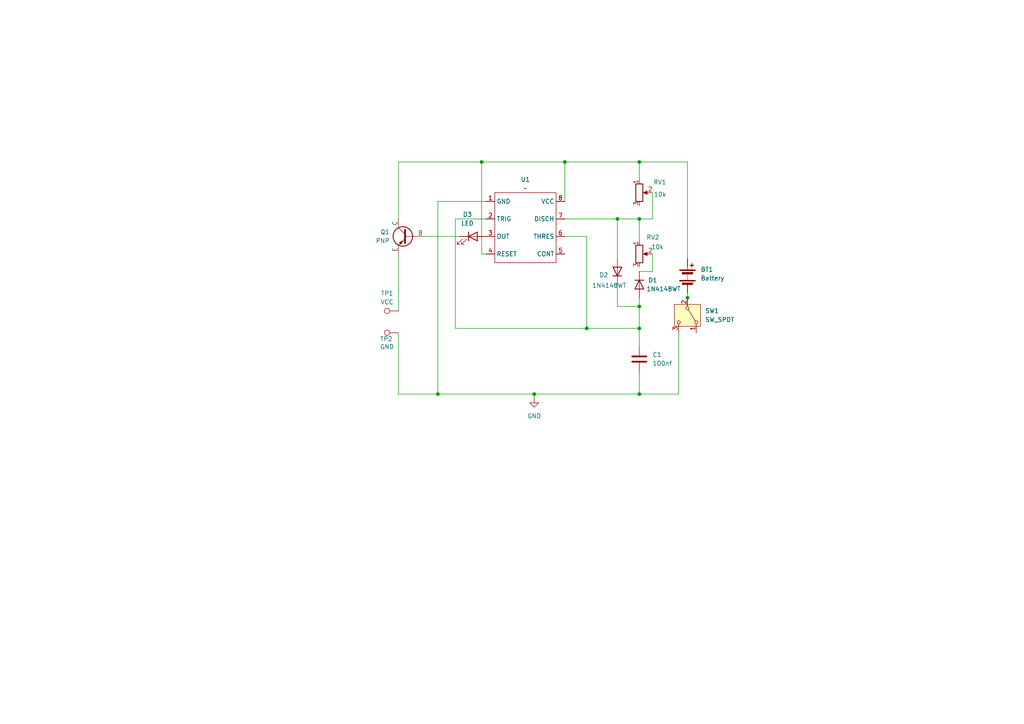
<source format=kicad_sch>
(kicad_sch (version 20250114) (generator "eeschema") (generator_version "9.0")
  (paper "A4")
  (title_block (title "PWM_GENERETOR") (date "2025-04-08") (rev "v1.0") (company "itsuen") (comment 1 "This is pwm voltage wave generet"))
  (lib_symbols
    (symbol "Connector:TestPoint" (pin_numbers (hide yes)) (pin_names (offset 0.762) (hide yes))
      (property "Reference" "TP" (at 0 6.858 0))
      (property "Value" "TestPoint" (at 0 5.08 0))
      (symbol "TestPoint_0_1"
        (circle (center 0 3.302) (radius 0.762))
      )
      (symbol "TestPoint_1_1"
        (pin passive line (at 0 0 90) (length 2.54) (name "1") (number "1"))
      )
    )
    (symbol "CustomLibrary_sym:NE555DR"
      (property "Reference" "U" (at 0 8.128 0))
      (symbol "NE555DR_0_1"
        (rectangle (start -8.89 10.16) (end 8.89 -10.16))
      )
      (symbol "NE555DR_1_1"
        (pin input line (at -11.43 7.62 0) (length 2.54) (name "GND") (number "1"))
        (pin input line (at -11.43 2.54 0) (length 2.54) (name "TRIG") (number "2"))
        (pin input line (at -11.43 -2.54 0) (length 2.54) (name "OUT") (number "3"))
        (pin input line (at -11.43 -7.62 0) (length 2.54) (name "RESET") (number "4"))
        (pin input line (at 11.43 7.62 180) (length 2.54) (name "VCC") (number "8"))
        (pin input line (at 11.43 2.54 180) (length 2.54) (name "DISCH") (number "7"))
        (pin input line (at 11.43 -2.54 180) (length 2.54) (name "THRES") (number "6"))
        (pin input line (at 11.43 -7.62 180) (length 2.54) (name "CONT") (number "5"))
      )
    )
    (symbol "Device:Battery" (pin_numbers (hide yes)) (pin_names (offset 0) (hide yes))
      (property "Reference" "BT" (at 2.54 2.54 0))
      (property "Value" "Battery" (at 2.54 0 0))
      (symbol "Battery_0_1"
        (rectangle (start -2.286 1.778) (end 2.286 1.524) (fill (type outline)))
        (rectangle (start -2.286 -1.27) (end 2.286 -1.524) (fill (type outline)))
        (rectangle (start -1.524 1.016) (end 1.524 0.508) (fill (type outline)))
        (rectangle (start -1.524 -2.032) (end 1.524 -2.54) (fill (type outline)))
        (polyline (pts (xy 0 1.778) (xy 0 2.54)))
        (polyline (pts (xy 0 0) (xy 0 0.254)))
        (polyline (pts (xy 0 -0.508) (xy 0 -0.254)))
        (polyline (pts (xy 0 -1.016) (xy 0 -0.762)))
        (polyline (pts (xy 0.762 3.048) (xy 1.778 3.048)) (stroke (width 0.254)))
        (polyline (pts (xy 1.27 3.556) (xy 1.27 2.54)) (stroke (width 0.254)))
      )
      (symbol "Battery_1_1"
        (pin passive line (at 0 5.08 270) (length 2.54) (name "+") (number "1"))
        (pin passive line (at 0 -5.08 90) (length 2.54) (name "-") (number "2"))
      )
    )
    (symbol "Device:C" (pin_numbers (hide yes)) (pin_names (offset 0.254))
      (property "Reference" "C" (at 0.635 2.54 0))
      (property "Value" "C" (at 0.635 -2.54 0))
      (symbol "C_0_1"
        (polyline (pts (xy -2.032 0.762) (xy 2.032 0.762)) (stroke (width 0.508)))
        (polyline (pts (xy -2.032 -0.762) (xy 2.032 -0.762)) (stroke (width 0.508)))
      )
      (symbol "C_1_1"
        (pin passive line (at 0 3.81 270) (length 2.794) (name "~") (number "1"))
        (pin passive line (at 0 -3.81 90) (length 2.794) (name "~") (number "2"))
      )
    )
    (symbol "Device:LED" (pin_numbers (hide yes)) (pin_names (offset 1.016) (hide yes))
      (property "Reference" "D" (at 0 2.54 0))
      (property "Value" "LED" (at 0 -2.54 0))
      (symbol "LED_0_1"
        (polyline (pts (xy -3.048 -0.762) (xy -4.572 -2.286) (xy -3.81 -2.286) (xy -4.572 -2.286) (xy -4.572 -1.524)))
        (polyline (pts (xy -1.778 -0.762) (xy -3.302 -2.286) (xy -2.54 -2.286) (xy -3.302 -2.286) (xy -3.302 -1.524)))
        (polyline (pts (xy -1.27 0) (xy 1.27 0)))
        (polyline (pts (xy -1.27 -1.27) (xy -1.27 1.27)) (stroke (width 0.254)))
        (polyline (pts (xy 1.27 -1.27) (xy 1.27 1.27) (xy -1.27 0) (xy 1.27 -1.27)) (stroke (width 0.254)))
      )
      (symbol "LED_1_1"
        (pin passive line (at -3.81 0 0) (length 2.54) (name "K") (number "1"))
        (pin passive line (at 3.81 0 180) (length 2.54) (name "A") (number "2"))
      )
    )
    (symbol "Device:R_Potentiometer" (pin_names (offset 1.016) (hide yes))
      (property "Reference" "RV" (at -4.445 0 90))
      (property "Value" "R_Potentiometer" (at -2.54 0 90))
      (symbol "R_Potentiometer_0_1"
        (rectangle (start 1.016 2.54) (end -1.016 -2.54) (stroke (width 0.254)))
        (polyline (pts (xy 1.143 0) (xy 2.286 0.508) (xy 2.286 -0.508) (xy 1.143 0)) (fill (type outline)))
        (polyline (pts (xy 2.54 0) (xy 1.524 0)))
      )
      (symbol "R_Potentiometer_1_1"
        (pin passive line (at 0 3.81 270) (length 1.27) (name "1") (number "1"))
        (pin passive line (at 0 -3.81 90) (length 1.27) (name "3") (number "3"))
        (pin passive line (at 3.81 0 180) (length 1.27) (name "2") (number "2"))
      )
    )
    (symbol "Diode:1N4148WT" (pin_numbers (hide yes)) (pin_names (hide yes))
      (property "Reference" "D" (at 0 2.54 0))
      (property "Value" "1N4148WT" (at 0 -2.54 0))
      (symbol "1N4148WT_0_1"
        (polyline (pts (xy -1.27 1.27) (xy -1.27 -1.27)) (stroke (width 0.254)))
        (polyline (pts (xy 1.27 1.27) (xy 1.27 -1.27) (xy -1.27 0) (xy 1.27 1.27)) (stroke (width 0.254)))
        (polyline (pts (xy 1.27 0) (xy -1.27 0)))
      )
      (symbol "1N4148WT_1_1"
        (pin passive line (at -3.81 0 0) (length 2.54) (name "K") (number "1"))
        (pin passive line (at 3.81 0 180) (length 2.54) (name "A") (number "2"))
      )
    )
    (symbol "Simulation_SPICE:PNP" (pin_numbers (hide yes)) (pin_names (offset 0))
      (property "Reference" "Q" (at -2.54 7.62 0))
      (property "Value" "PNP" (at -2.54 5.08 0))
      (symbol "PNP_0_1"
        (polyline (pts (xy -2.54 0) (xy 0.635 0)) (stroke (width 0.1524)))
        (polyline (pts (xy 0.635 1.905) (xy 0.635 -1.905) (xy 0.635 -1.905)) (stroke (width 0.508)))
        (polyline (pts (xy 0.635 0.635) (xy 2.54 2.54)))
        (polyline (pts (xy 0.635 -0.635) (xy 2.54 -2.54) (xy 2.54 -2.54)))
        (circle (center 1.27 0) (radius 2.8194) (stroke (width 0.254)))
        (polyline (pts (xy 2.286 -1.778) (xy 1.778 -2.286) (xy 1.27 -1.27) (xy 2.286 -1.778) (xy 2.286 -1.778)) (fill (type outline)))
      )
      (symbol "PNP_1_1"
        (pin input line (at -5.08 0 0) (length 2.54) (name "B") (number "2"))
        (pin open_collector line (at 2.54 5.08 270) (length 2.54) (name "C") (number "1"))
        (pin open_emitter line (at 2.54 -5.08 90) (length 2.54) (name "E") (number "3"))
      )
    )
    (symbol "Switch:SW_SPDT" (pin_names (offset 0) (hide yes))
      (property "Reference" "SW" (at 0 5.08 0))
      (property "Value" "SW_SPDT" (at 0 -5.08 0))
      (symbol "SW_SPDT_0_1"
        (circle (center -2.032 0) (radius 0.4572))
        (polyline (pts (xy -1.651 0.254) (xy 1.651 2.286)))
        (circle (center 2.032 2.54) (radius 0.4572))
        (circle (center 2.032 -2.54) (radius 0.4572))
      )
      (symbol "SW_SPDT_1_1"
        (rectangle (start -3.175 3.81) (end 3.175 -3.81) (fill (type background)))
        (pin passive line (at -5.08 0 0) (length 2.54) (name "B") (number "2"))
        (pin passive line (at 5.08 2.54 180) (length 2.54) (name "A") (number "1"))
        (pin passive line (at 5.08 -2.54 180) (length 2.54) (name "C") (number "3"))
      )
    )
    (symbol "power:GND" (power) (pin_numbers (hide yes)) (pin_names (offset 0) (hide yes))
      (property "Value" "GND" (at 0 -3.81 0))
      (symbol "GND_0_1"
        (polyline (pts (xy 0 0) (xy 0 -1.27) (xy 1.27 -1.27) (xy 0 -2.54) (xy -1.27 -1.27) (xy 0 -1.27)))
      )
      (symbol "GND_1_1"
        (pin power_in line (at 0 0 270) (length 0) (name "~") (number "1"))
      )
    )
  )
  (junction (at 154.94 114.3))
  (junction (at 163.83 46.99))
  (junction (at 199.39 86.36))
  (junction (at 185.42 95.25))
  (junction (at 170.18 95.25))
  (junction (at 127 114.3))
  (junction (at 185.42 63.5))
  (junction (at 139.7 46.99))
  (junction (at 179.07 63.5))
  (junction (at 185.42 88.9))
  (junction (at 185.42 46.99))
  (junction (at 185.42 114.3))
  (wire (pts (xy 163.83 68.58) (xy 170.18 68.58)))
  (wire (pts (xy 185.42 46.99) (xy 185.42 52.07)))
  (wire (pts (xy 140.97 63.5) (xy 132.08 63.5)))
  (wire (pts (xy 115.57 96.52) (xy 115.57 114.3)))
  (wire (pts (xy 154.94 114.3) (xy 154.94 115.57)))
  (wire (pts (xy 179.07 63.5) (xy 179.07 74.93)))
  (wire (pts (xy 163.83 58.42) (xy 163.83 46.99)))
  (wire (pts (xy 115.57 46.99) (xy 139.7 46.99)))
  (wire (pts (xy 170.18 95.25) (xy 185.42 95.25)))
  (wire (pts (xy 185.42 63.5) (xy 185.42 69.85)))
  (wire (pts (xy 139.7 73.66) (xy 139.7 46.99)))
  (wire (pts (xy 196.85 96.52) (xy 196.85 114.3)))
  (wire (pts (xy 139.7 46.99) (xy 163.83 46.99)))
  (wire (pts (xy 115.57 114.3) (xy 127 114.3)))
  (wire (pts (xy 115.57 73.66) (xy 115.57 90.17)))
  (wire (pts (xy 170.18 68.58) (xy 170.18 95.25)))
  (wire (pts (xy 199.39 85.09) (xy 199.39 86.36)))
  (wire (pts (xy 115.57 63.5) (xy 115.57 46.99)))
  (wire (pts (xy 189.23 73.66) (xy 189.23 78.74)))
  (wire (pts (xy 189.23 63.5) (xy 185.42 63.5)))
  (wire (pts (xy 185.42 86.36) (xy 185.42 88.9)))
  (wire (pts (xy 132.08 95.25) (xy 170.18 95.25)))
  (wire (pts (xy 185.42 107.95) (xy 185.42 114.3)))
  (wire (pts (xy 154.94 114.3) (xy 185.42 114.3)))
  (wire (pts (xy 199.39 86.36) (xy 199.39 87.63)))
  (wire (pts (xy 163.83 46.99) (xy 185.42 46.99)))
  (wire (pts (xy 163.83 63.5) (xy 179.07 63.5)))
  (wire (pts (xy 132.08 63.5) (xy 132.08 95.25)))
  (wire (pts (xy 185.42 63.5) (xy 179.07 63.5)))
  (wire (pts (xy 185.42 100.33) (xy 185.42 95.25)))
  (wire (pts (xy 127 114.3) (xy 154.94 114.3)))
  (wire (pts (xy 127 58.42) (xy 140.97 58.42)))
  (wire (pts (xy 140.97 73.66) (xy 139.7 73.66)))
  (wire (pts (xy 123.19 68.58) (xy 133.35 68.58)))
  (wire (pts (xy 189.23 78.74) (xy 185.42 78.74)))
  (wire (pts (xy 199.39 74.93) (xy 199.39 46.99)))
  (wire (pts (xy 185.42 46.99) (xy 199.39 46.99)))
  (wire (pts (xy 127 58.42) (xy 127 114.3)))
  (wire (pts (xy 185.42 95.25) (xy 185.42 88.9)))
  (wire (pts (xy 179.07 82.55) (xy 179.07 88.9)))
  (wire (pts (xy 185.42 114.3) (xy 196.85 114.3)))
  (wire (pts (xy 189.23 55.88) (xy 189.23 63.5)))
  (wire (pts (xy 179.07 88.9) (xy 185.42 88.9)))
  (symbol (lib_id "CustomLibrary_sym:NE555DR") (at 152.4 66.04 0) (unit 1)
    (property "Reference" "U1" (at 152.4 52.07 0))
    (property "Value" "~" (at 152.4 54.61 0))
    (property "Footprint" "Learn:SOIC127P599X175-8N" (effects (hide yes)))
  )
  (symbol (lib_id "Diode:1N4148WT") (at 185.42 82.55 270) (unit 1)
    (property "Reference" "D1" (at 187.96 81.2799 90) (effects (justify left)))
    (property "Value" "1N4148WT" (at 187.452 83.82 90) (effects (justify left)))
    (property "Footprint" "Diode_SMD:D_SOD-523" (effects (hide yes)))
    (property "Datasheet" "https://www.diodes.com/assets/Datasheets/ds30396.pdf" (effects (hide yes)))
    (property "Description" "75V 0.15A Fast switching Diode, SOD-523" (effects (hide yes)))
    (property "Sim.Device" "D" (effects (hide yes)))
    (property "Sim.Pins" "1=K 2=A" (effects (hide yes)))
  )
  (symbol (lib_id "Device:R_Potentiometer") (at 185.42 55.88 0) (unit 1)
    (property "Reference" "RV1" (at 193.294 52.832 0) (effects (justify right)))
    (property "Value" "10k" (at 193.294 56.388 0) (effects (justify right)))
    (property "Footprint" "Learn:R07310N0-LA3.0B2.5-B103-100" (effects (hide yes)))
    (property "Description" "Potentiometer" (effects (hide yes)))
  )
  (symbol (lib_id "Device:Battery") (at 199.39 80.01 0) (unit 1)
    (property "Reference" "BT1" (at 203.2 78.1684 0) (effects (justify left)))
    (property "Value" "Battery" (at 203.2 80.7084 0) (effects (justify left)))
    (property "Footprint" "Battery:BatteryHolder_Keystone_103_1x20mm" (effects (hide yes)))
    (property "Description" "Multiple-cell battery" (effects (hide yes)))
  )
  (symbol (lib_id "Connector:TestPoint") (at 115.57 90.17 90) (unit 1)
    (property "Reference" "TP1" (at 112.268 85.09 90))
    (property "Value" "VCC" (at 112.268 87.63 90))
    (property "Footprint" "TestPoint:TestPoint_Pad_D4.0mm" (effects (hide yes)))
    (property "Description" "test point" (effects (hide yes)))
  )
  (symbol (lib_id "Device:R_Potentiometer") (at 185.42 73.66 0) (unit 1)
    (property "Reference" "RV2" (at 191.262 68.834 0) (effects (justify right)))
    (property "Value" "10k" (at 192.532 71.628 0) (effects (justify right)))
    (property "Footprint" "Learn:R07310N0-LA3.0B2.5-B103-100" (effects (hide yes)))
    (property "Description" "Potentiometer" (effects (hide yes)))
  )
  (symbol (lib_id "Diode:1N4148WT") (at 179.07 78.74 90) (unit 1)
    (property "Reference" "D2" (at 173.736 79.756 90) (effects (justify right)))
    (property "Value" "1N4148WT" (at 171.704 82.804 90) (effects (justify right)))
    (property "Footprint" "Diode_SMD:D_SOD-523" (effects (hide yes)))
    (property "Datasheet" "https://www.diodes.com/assets/Datasheets/ds30396.pdf" (effects (hide yes)))
    (property "Description" "75V 0.15A Fast switching Diode, SOD-523" (effects (hide yes)))
    (property "Sim.Device" "D" (effects (hide yes)))
    (property "Sim.Pins" "1=K 2=A" (effects (hide yes)))
  )
  (symbol (lib_id "Switch:SW_SPDT") (at 199.39 91.44 270) (unit 1)
    (property "Reference" "SW1" (at 204.47 90.1699 90) (effects (justify left)))
    (property "Value" "SW_SPDT" (at 204.47 92.7099 90) (effects (justify left)))
    (property "Footprint" "Learn:MS-12D17-G2" (effects (hide yes)))
    (property "Description" "Switch, single pole double throw" (effects (hide yes)))
  )
  (symbol (lib_id "Connector:TestPoint") (at 115.57 96.52 90) (unit 1)
    (property "Reference" "TP2" (at 112.014 98.298 90))
    (property "Value" "GND" (at 112.268 100.584 90))
    (property "Footprint" "TestPoint:TestPoint_Pad_D4.0mm" (effects (hide yes)))
    (property "Description" "test point" (effects (hide yes)))
  )
  (symbol (lib_id "power:GND") (at 154.94 115.57 0) (unit 1)
    (property "Reference" "#PWR01" (effects (hide yes)))
    (property "Value" "GND" (at 154.94 120.65 0))
    (property "Description" "Power symbol creates a global label with name \"GND\" , ground" (effects (hide yes)))
  )
  (symbol (lib_id "Simulation_SPICE:PNP") (at 118.11 68.58 0) (mirror y) (unit 1)
    (property "Reference" "Q1" (at 113.03 67.3099 0) (effects (justify left)))
    (property "Value" "PNP" (at 113.03 69.8499 0) (effects (justify left)))
    (property "Footprint" "Package_TO_SOT_SMD:SOT-23" (effects (hide yes)))
    (property "Datasheet" "https://ngspice.sourceforge.io/docs/ngspice-html-manual/manual.xhtml#cha_BJTs" (effects (hide yes)))
    (property "Description" "Bipolar transistor symbol for simulation only, substrate tied to the emitter" (effects (hide yes)))
    (property "Sim.Device" "PNP" (effects (hide yes)))
    (property "Sim.Type" "GUMMELPOON" (effects (hide yes)))
    (property "Sim.Pins" "1=C 2=B 3=E" (effects (hide yes)))
  )
  (symbol (lib_id "Device:C") (at 185.42 104.14 0) (unit 1)
    (property "Reference" "C1" (at 189.23 102.8699 0) (effects (justify left)))
    (property "Value" "100nf" (at 189.23 105.4099 0) (effects (justify left)))
    (property "Footprint" "Capacitor_SMD:C_0201_0603Metric" (effects (hide yes)))
    (property "Description" "Unpolarized capacitor" (effects (hide yes)))
  )
  (symbol (lib_id "Device:LED") (at 137.16 68.58 0) (unit 1)
    (property "Reference" "D3" (at 135.5725 62.23 0))
    (property "Value" "LED" (at 135.5725 64.77 0))
    (property "Footprint" "LED_SMD:LED_0201_0603Metric" (effects (hide yes)))
    (property "Description" "Light emitting diode" (effects (hide yes)))
    (property "Sim.Pins" "1=K 2=A" (effects (hide yes)))
  )
)
</source>
